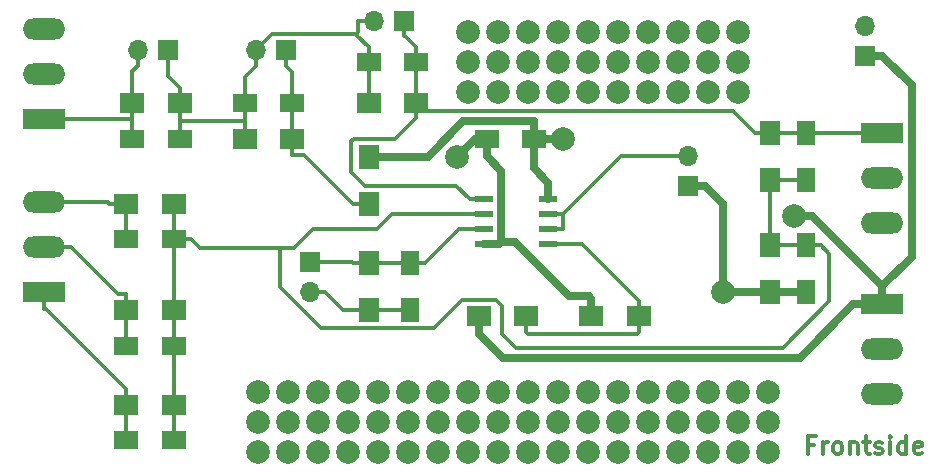
<source format=gbr>
G04 #@! TF.GenerationSoftware,KiCad,Pcbnew,(5.0.0)*
G04 #@! TF.CreationDate,2019-09-20T20:16:55+02:00*
G04 #@! TF.ProjectId,opampprotopcb,6F70616D7070726F746F7063622E6B69,rev?*
G04 #@! TF.SameCoordinates,Original*
G04 #@! TF.FileFunction,Copper,L1,Top,Signal*
G04 #@! TF.FilePolarity,Positive*
%FSLAX46Y46*%
G04 Gerber Fmt 4.6, Leading zero omitted, Abs format (unit mm)*
G04 Created by KiCad (PCBNEW (5.0.0)) date 09/20/19 20:16:55*
%MOMM*%
%LPD*%
G01*
G04 APERTURE LIST*
G04 #@! TA.AperFunction,NonConductor*
%ADD10C,0.300000*%
G04 #@! TD*
G04 #@! TA.AperFunction,SMDPad,CuDef*
%ADD11R,2.000000X1.600000*%
G04 #@! TD*
G04 #@! TA.AperFunction,SMDPad,CuDef*
%ADD12R,1.600000X2.000000*%
G04 #@! TD*
G04 #@! TA.AperFunction,ComponentPad*
%ADD13R,3.600000X1.800000*%
G04 #@! TD*
G04 #@! TA.AperFunction,ComponentPad*
%ADD14O,3.600000X1.800000*%
G04 #@! TD*
G04 #@! TA.AperFunction,ComponentPad*
%ADD15R,1.700000X1.700000*%
G04 #@! TD*
G04 #@! TA.AperFunction,ComponentPad*
%ADD16O,1.700000X1.700000*%
G04 #@! TD*
G04 #@! TA.AperFunction,SMDPad,CuDef*
%ADD17R,2.000000X1.700000*%
G04 #@! TD*
G04 #@! TA.AperFunction,SMDPad,CuDef*
%ADD18R,1.700000X2.000000*%
G04 #@! TD*
G04 #@! TA.AperFunction,SMDPad,CuDef*
%ADD19R,1.550000X0.600000*%
G04 #@! TD*
G04 #@! TA.AperFunction,ViaPad*
%ADD20C,2.000000*%
G04 #@! TD*
G04 #@! TA.AperFunction,Conductor*
%ADD21C,0.350000*%
G04 #@! TD*
G04 #@! TA.AperFunction,Conductor*
%ADD22C,0.650000*%
G04 #@! TD*
G04 APERTURE END LIST*
D10*
X85178571Y-62892857D02*
X84678571Y-62892857D01*
X84678571Y-63678571D02*
X84678571Y-62178571D01*
X85392857Y-62178571D01*
X85964285Y-63678571D02*
X85964285Y-62678571D01*
X85964285Y-62964285D02*
X86035714Y-62821428D01*
X86107142Y-62750000D01*
X86250000Y-62678571D01*
X86392857Y-62678571D01*
X87107142Y-63678571D02*
X86964285Y-63607142D01*
X86892857Y-63535714D01*
X86821428Y-63392857D01*
X86821428Y-62964285D01*
X86892857Y-62821428D01*
X86964285Y-62750000D01*
X87107142Y-62678571D01*
X87321428Y-62678571D01*
X87464285Y-62750000D01*
X87535714Y-62821428D01*
X87607142Y-62964285D01*
X87607142Y-63392857D01*
X87535714Y-63535714D01*
X87464285Y-63607142D01*
X87321428Y-63678571D01*
X87107142Y-63678571D01*
X88250000Y-62678571D02*
X88250000Y-63678571D01*
X88250000Y-62821428D02*
X88321428Y-62750000D01*
X88464285Y-62678571D01*
X88678571Y-62678571D01*
X88821428Y-62750000D01*
X88892857Y-62892857D01*
X88892857Y-63678571D01*
X89392857Y-62678571D02*
X89964285Y-62678571D01*
X89607142Y-62178571D02*
X89607142Y-63464285D01*
X89678571Y-63607142D01*
X89821428Y-63678571D01*
X89964285Y-63678571D01*
X90392857Y-63607142D02*
X90535714Y-63678571D01*
X90821428Y-63678571D01*
X90964285Y-63607142D01*
X91035714Y-63464285D01*
X91035714Y-63392857D01*
X90964285Y-63250000D01*
X90821428Y-63178571D01*
X90607142Y-63178571D01*
X90464285Y-63107142D01*
X90392857Y-62964285D01*
X90392857Y-62892857D01*
X90464285Y-62750000D01*
X90607142Y-62678571D01*
X90821428Y-62678571D01*
X90964285Y-62750000D01*
X91678571Y-63678571D02*
X91678571Y-62678571D01*
X91678571Y-62178571D02*
X91607142Y-62250000D01*
X91678571Y-62321428D01*
X91750000Y-62250000D01*
X91678571Y-62178571D01*
X91678571Y-62321428D01*
X93035714Y-63678571D02*
X93035714Y-62178571D01*
X93035714Y-63607142D02*
X92892857Y-63678571D01*
X92607142Y-63678571D01*
X92464285Y-63607142D01*
X92392857Y-63535714D01*
X92321428Y-63392857D01*
X92321428Y-62964285D01*
X92392857Y-62821428D01*
X92464285Y-62750000D01*
X92607142Y-62678571D01*
X92892857Y-62678571D01*
X93035714Y-62750000D01*
X94321428Y-63607142D02*
X94178571Y-63678571D01*
X93892857Y-63678571D01*
X93750000Y-63607142D01*
X93678571Y-63464285D01*
X93678571Y-62892857D01*
X93750000Y-62750000D01*
X93892857Y-62678571D01*
X94178571Y-62678571D01*
X94321428Y-62750000D01*
X94392857Y-62892857D01*
X94392857Y-63035714D01*
X93678571Y-63178571D01*
D11*
G04 #@! TO.P,C1,2*
G04 #@! TO.N,Net-(C1-Pad2)*
X31500000Y-37000000D03*
G04 #@! TO.P,C1,1*
G04 #@! TO.N,N_INV_In*
X27500000Y-37000000D03*
G04 #@! TD*
G04 #@! TO.P,C2,1*
G04 #@! TO.N,Net-(C2-Pad1)*
X31000000Y-62500000D03*
G04 #@! TO.P,C2,2*
G04 #@! TO.N,INV_In1*
X27000000Y-62500000D03*
G04 #@! TD*
G04 #@! TO.P,C3,2*
G04 #@! TO.N,Net-(C3-Pad2)*
X27000000Y-54500000D03*
G04 #@! TO.P,C3,1*
G04 #@! TO.N,Net-(C2-Pad1)*
X31000000Y-54500000D03*
G04 #@! TD*
G04 #@! TO.P,C4,1*
G04 #@! TO.N,Net-(C2-Pad1)*
X31000000Y-45500000D03*
G04 #@! TO.P,C4,2*
G04 #@! TO.N,Net-(C4-Pad2)*
X27000000Y-45500000D03*
G04 #@! TD*
G04 #@! TO.P,C5,2*
G04 #@! TO.N,Net-(C5-Pad2)*
X41000000Y-34000000D03*
G04 #@! TO.P,C5,1*
G04 #@! TO.N,Net-(C1-Pad2)*
X37000000Y-34000000D03*
G04 #@! TD*
D12*
G04 #@! TO.P,C6,2*
G04 #@! TO.N,Net-(C5-Pad2)*
X51000000Y-47500000D03*
G04 #@! TO.P,C6,1*
G04 #@! TO.N,GND*
X51000000Y-51500000D03*
G04 #@! TD*
D11*
G04 #@! TO.P,C7,1*
G04 #@! TO.N,Net-(C1-Pad2)*
X47500000Y-30500000D03*
G04 #@! TO.P,C7,2*
G04 #@! TO.N,OUTPUT*
X51500000Y-30500000D03*
G04 #@! TD*
D12*
G04 #@! TO.P,C8,1*
G04 #@! TO.N,OUTPUT*
X84500000Y-36500000D03*
G04 #@! TO.P,C8,2*
G04 #@! TO.N,Net-(C2-Pad1)*
X84500000Y-40500000D03*
G04 #@! TD*
G04 #@! TO.P,C9,1*
G04 #@! TO.N,Net-(C2-Pad1)*
X84500000Y-46000000D03*
G04 #@! TO.P,C9,2*
G04 #@! TO.N,GND*
X84500000Y-50000000D03*
G04 #@! TD*
D11*
G04 #@! TO.P,C10,2*
G04 #@! TO.N,VCC*
X61500000Y-37000000D03*
G04 #@! TO.P,C10,1*
G04 #@! TO.N,VEE*
X57500000Y-37000000D03*
G04 #@! TD*
D13*
G04 #@! TO.P,J1,1*
G04 #@! TO.N,VCC*
X91000000Y-51000000D03*
D14*
G04 #@! TO.P,J1,2*
G04 #@! TO.N,GND*
X91000000Y-54810000D03*
G04 #@! TO.P,J1,3*
G04 #@! TO.N,VEE*
X91000000Y-58620000D03*
G04 #@! TD*
D13*
G04 #@! TO.P,J2,1*
G04 #@! TO.N,INV_In1*
X20000000Y-50000000D03*
D14*
G04 #@! TO.P,J2,2*
G04 #@! TO.N,Net-(C3-Pad2)*
X20000000Y-46190000D03*
G04 #@! TO.P,J2,3*
G04 #@! TO.N,Net-(C4-Pad2)*
X20000000Y-42380000D03*
G04 #@! TD*
G04 #@! TO.P,J3,3*
G04 #@! TO.N,VEE*
X20000000Y-27690000D03*
G04 #@! TO.P,J3,2*
G04 #@! TO.N,GND*
X20000000Y-31500000D03*
D13*
G04 #@! TO.P,J3,1*
G04 #@! TO.N,N_INV_In*
X20000000Y-35310000D03*
G04 #@! TD*
D15*
G04 #@! TO.P,J4,1*
G04 #@! TO.N,Net-(C1-Pad2)*
X30500000Y-29500000D03*
D16*
G04 #@! TO.P,J4,2*
G04 #@! TO.N,N_INV_In*
X27960000Y-29500000D03*
G04 #@! TD*
D15*
G04 #@! TO.P,J5,1*
G04 #@! TO.N,Net-(C5-Pad2)*
X42500000Y-47460000D03*
D16*
G04 #@! TO.P,J5,2*
G04 #@! TO.N,GND*
X42500000Y-50000000D03*
G04 #@! TD*
D15*
G04 #@! TO.P,J6,1*
G04 #@! TO.N,Net-(C5-Pad2)*
X40500000Y-29500000D03*
D16*
G04 #@! TO.P,J6,2*
G04 #@! TO.N,Net-(C1-Pad2)*
X37960000Y-29500000D03*
G04 #@! TD*
G04 #@! TO.P,J7,2*
G04 #@! TO.N,Net-(C1-Pad2)*
X47960000Y-27000000D03*
D15*
G04 #@! TO.P,J7,1*
G04 #@! TO.N,OUTPUT*
X50500000Y-27000000D03*
G04 #@! TD*
G04 #@! TO.P,J8,1*
G04 #@! TO.N,GND*
X74500000Y-41000000D03*
D16*
G04 #@! TO.P,J8,2*
G04 #@! TO.N,Net-(J8-Pad2)*
X74500000Y-38460000D03*
G04 #@! TD*
D14*
G04 #@! TO.P,J9,3*
G04 #@! TO.N,VEE*
X91000000Y-44120000D03*
G04 #@! TO.P,J9,2*
G04 #@! TO.N,GND*
X91000000Y-40310000D03*
D13*
G04 #@! TO.P,J9,1*
G04 #@! TO.N,OUTPUT*
X91000000Y-36500000D03*
G04 #@! TD*
D17*
G04 #@! TO.P,R1,2*
G04 #@! TO.N,N_INV_In*
X27500000Y-34000000D03*
G04 #@! TO.P,R1,1*
G04 #@! TO.N,Net-(C1-Pad2)*
X31500000Y-34000000D03*
G04 #@! TD*
G04 #@! TO.P,R2,1*
G04 #@! TO.N,Net-(C2-Pad1)*
X31000000Y-59500000D03*
G04 #@! TO.P,R2,2*
G04 #@! TO.N,INV_In1*
X27000000Y-59500000D03*
G04 #@! TD*
G04 #@! TO.P,R3,1*
G04 #@! TO.N,Net-(C2-Pad1)*
X31000000Y-51500000D03*
G04 #@! TO.P,R3,2*
G04 #@! TO.N,Net-(C3-Pad2)*
X27000000Y-51500000D03*
G04 #@! TD*
G04 #@! TO.P,R4,2*
G04 #@! TO.N,Net-(C4-Pad2)*
X27000000Y-42500000D03*
G04 #@! TO.P,R4,1*
G04 #@! TO.N,Net-(C2-Pad1)*
X31000000Y-42500000D03*
G04 #@! TD*
G04 #@! TO.P,R5,1*
G04 #@! TO.N,Net-(C5-Pad2)*
X41000000Y-37000000D03*
G04 #@! TO.P,R5,2*
G04 #@! TO.N,Net-(C1-Pad2)*
X37000000Y-37000000D03*
G04 #@! TD*
D18*
G04 #@! TO.P,R6,2*
G04 #@! TO.N,VCC*
X47500000Y-38500000D03*
G04 #@! TO.P,R6,1*
G04 #@! TO.N,Net-(C5-Pad2)*
X47500000Y-42500000D03*
G04 #@! TD*
G04 #@! TO.P,R7,1*
G04 #@! TO.N,GND*
X47500000Y-51500000D03*
G04 #@! TO.P,R7,2*
G04 #@! TO.N,Net-(C5-Pad2)*
X47500000Y-47500000D03*
G04 #@! TD*
D17*
G04 #@! TO.P,R8,2*
G04 #@! TO.N,Net-(C1-Pad2)*
X47500000Y-34000000D03*
G04 #@! TO.P,R8,1*
G04 #@! TO.N,OUTPUT*
X51500000Y-34000000D03*
G04 #@! TD*
G04 #@! TO.P,R9,2*
G04 #@! TO.N,VCC*
X56860700Y-52021500D03*
G04 #@! TO.P,R9,1*
G04 #@! TO.N,Net-(R10-Pad2)*
X60860700Y-52021500D03*
G04 #@! TD*
G04 #@! TO.P,R10,1*
G04 #@! TO.N,VEE*
X66360700Y-52021500D03*
G04 #@! TO.P,R10,2*
G04 #@! TO.N,Net-(R10-Pad2)*
X70360700Y-52021500D03*
G04 #@! TD*
D18*
G04 #@! TO.P,R11,1*
G04 #@! TO.N,Net-(C2-Pad1)*
X81500000Y-40500000D03*
G04 #@! TO.P,R11,2*
G04 #@! TO.N,OUTPUT*
X81500000Y-36500000D03*
G04 #@! TD*
G04 #@! TO.P,R12,2*
G04 #@! TO.N,Net-(C2-Pad1)*
X81500000Y-46000000D03*
G04 #@! TO.P,R12,1*
G04 #@! TO.N,GND*
X81500000Y-50000000D03*
G04 #@! TD*
D19*
G04 #@! TO.P,U1,8*
G04 #@! TO.N,VCC*
X62700000Y-42095000D03*
G04 #@! TO.P,U1,7*
G04 #@! TO.N,Net-(J8-Pad2)*
X62700000Y-43365000D03*
G04 #@! TO.P,U1,6*
X62700000Y-44635000D03*
G04 #@! TO.P,U1,5*
G04 #@! TO.N,Net-(R10-Pad2)*
X62700000Y-45905000D03*
G04 #@! TO.P,U1,4*
G04 #@! TO.N,VEE*
X57300000Y-45905000D03*
G04 #@! TO.P,U1,3*
G04 #@! TO.N,Net-(C5-Pad2)*
X57300000Y-44635000D03*
G04 #@! TO.P,U1,2*
G04 #@! TO.N,Net-(C2-Pad1)*
X57300000Y-43365000D03*
G04 #@! TO.P,U1,1*
G04 #@! TO.N,OUTPUT*
X57300000Y-42095000D03*
G04 #@! TD*
D16*
G04 #@! TO.P,J10,2*
G04 #@! TO.N,VEE*
X89500000Y-27460000D03*
D15*
G04 #@! TO.P,J10,1*
G04 #@! TO.N,VCC*
X89500000Y-30000000D03*
G04 #@! TD*
D20*
G04 #@! TO.N,*
X55880000Y-27940000D03*
X58420000Y-27940000D03*
X55880000Y-30480000D03*
X58420000Y-30480000D03*
X55880000Y-33020000D03*
X58420000Y-33020000D03*
X60960000Y-33020000D03*
X60960000Y-30480000D03*
X60960000Y-27940000D03*
X63500000Y-27940000D03*
X63500000Y-30480000D03*
X63500000Y-33020000D03*
X66040000Y-33020000D03*
X66040000Y-30480000D03*
X66040000Y-27940000D03*
X68580000Y-27940000D03*
X68580000Y-30480000D03*
X68580000Y-33020000D03*
X71120000Y-33020000D03*
X71120000Y-30480000D03*
X71120000Y-27940000D03*
X73660000Y-27940000D03*
X73660000Y-30480000D03*
X73660000Y-33020000D03*
X76200000Y-33020000D03*
X76200000Y-30480000D03*
X76200000Y-27940000D03*
X78740000Y-27940000D03*
X78740000Y-30480000D03*
X78740000Y-33020000D03*
X38100000Y-58420000D03*
X38100000Y-60960000D03*
X38100000Y-63500000D03*
X40640000Y-63500000D03*
X40640000Y-60960000D03*
X40640000Y-58420000D03*
X43180000Y-58420000D03*
X43180000Y-60960000D03*
X43180000Y-63500000D03*
X45720000Y-63500000D03*
X48260000Y-63500000D03*
X50800000Y-63500000D03*
X53340000Y-60960000D03*
X53340000Y-63500000D03*
X55880000Y-63500000D03*
X58420000Y-63500000D03*
X55880000Y-60960000D03*
X58420000Y-60960000D03*
X58420000Y-58420000D03*
X55880000Y-58420000D03*
X53340000Y-58420000D03*
X50800000Y-58420000D03*
X48260000Y-58420000D03*
X45720000Y-58420000D03*
X45720000Y-60960000D03*
X48260000Y-60960000D03*
X50800000Y-60960000D03*
X60960000Y-58420000D03*
X60960000Y-60960000D03*
X60960000Y-63500000D03*
X66040000Y-63500000D03*
X63500000Y-63500000D03*
X63500000Y-60960000D03*
X66040000Y-58420000D03*
X66040000Y-60960000D03*
X63500000Y-58420000D03*
X68580000Y-58420000D03*
X68580000Y-60960000D03*
X68580000Y-63500000D03*
X71120000Y-63500000D03*
X71120000Y-60960000D03*
X71120000Y-58420000D03*
X73660000Y-58420000D03*
X73660000Y-60960000D03*
X73660000Y-63500000D03*
X76200000Y-63500000D03*
X76200000Y-60960000D03*
X76200000Y-58420000D03*
X78740000Y-58420000D03*
X78740000Y-60960000D03*
X78740000Y-63500000D03*
X81280000Y-63500000D03*
X81280000Y-60960000D03*
X81280000Y-58420000D03*
G04 #@! TO.N,GND*
X77500000Y-50000000D03*
G04 #@! TO.N,VCC*
X83500000Y-43500000D03*
X64000000Y-37000000D03*
G04 #@! TO.N,VEE*
X55000000Y-38500000D03*
G04 #@! TD*
D21*
G04 #@! TO.N,Net-(C1-Pad2)*
X37000000Y-34000000D02*
X37000000Y-31785300D01*
X37000000Y-31785300D02*
X37960000Y-30825300D01*
X37000000Y-35500000D02*
X37000000Y-34000000D01*
X37000000Y-35500000D02*
X31500000Y-35500000D01*
X37960000Y-29500000D02*
X37960000Y-30825300D01*
X31500000Y-34000000D02*
X31500000Y-32674700D01*
X31500000Y-32674700D02*
X30500000Y-31674700D01*
X30500000Y-31674700D02*
X30500000Y-29500000D01*
X31500000Y-34000000D02*
X31500000Y-35500000D01*
X31500000Y-35500000D02*
X31500000Y-37000000D01*
X37000000Y-37000000D02*
X37000000Y-35500000D01*
X47960000Y-27000000D02*
X46634700Y-27000000D01*
X46449900Y-28174600D02*
X46634700Y-27989800D01*
X46634700Y-27989800D02*
X46634700Y-27000000D01*
X46449900Y-28174600D02*
X47500000Y-29224700D01*
X47500000Y-30500000D02*
X47500000Y-29224700D01*
X47500000Y-34000000D02*
X47500000Y-30500000D01*
X46400299Y-28124999D02*
X46449900Y-28174600D01*
X39335001Y-28124999D02*
X46400299Y-28124999D01*
X37960000Y-29500000D02*
X39335001Y-28124999D01*
G04 #@! TO.N,Net-(C2-Pad1)*
X31000000Y-51500000D02*
X31000000Y-54500000D01*
X31000000Y-50837300D02*
X31000000Y-51500000D01*
X33197800Y-46222500D02*
X32475300Y-45500000D01*
X57300000Y-43365000D02*
X49445100Y-43365000D01*
X49445100Y-43365000D02*
X48174900Y-44635200D01*
X48174900Y-44635200D02*
X42761900Y-44635200D01*
X31000000Y-45500000D02*
X32475300Y-45500000D01*
X81500000Y-46000000D02*
X83224700Y-46000000D01*
X81500000Y-40500000D02*
X81500000Y-46000000D01*
X84500000Y-46000000D02*
X83224700Y-46000000D01*
X81500000Y-40500000D02*
X83224700Y-40500000D01*
X84500000Y-40500000D02*
X83224700Y-40500000D01*
X31000000Y-45500000D02*
X31000000Y-50174700D01*
X31000000Y-50837300D02*
X31000000Y-50174700D01*
X31000000Y-59500000D02*
X31000000Y-54500000D01*
X31000000Y-62500000D02*
X31000000Y-59500000D01*
X31000000Y-42500000D02*
X31000000Y-45500000D01*
X40000000Y-46222500D02*
X33197800Y-46222500D01*
X41174600Y-46222500D02*
X42761900Y-44635200D01*
X40000000Y-46222500D02*
X41174600Y-46222500D01*
X85775300Y-46000000D02*
X84500000Y-46000000D01*
X86500000Y-46724700D02*
X85775300Y-46000000D01*
X86500000Y-50745002D02*
X86500000Y-46724700D01*
X58785000Y-53500000D02*
X59949400Y-54664400D01*
X58785000Y-51150798D02*
X58785000Y-53500000D01*
X59949400Y-54664400D02*
X82580602Y-54664400D01*
X58280701Y-50646499D02*
X58785000Y-51150798D01*
X40000000Y-46222500D02*
X40000000Y-49535002D01*
X55440699Y-50646499D02*
X58280701Y-50646499D01*
X43448598Y-52983600D02*
X43483600Y-52983600D01*
X82580602Y-54664400D02*
X86500000Y-50745002D01*
X43525001Y-53025001D02*
X53062197Y-53025001D01*
X40000000Y-49535002D02*
X43448598Y-52983600D01*
X43483600Y-52983600D02*
X43525001Y-53025001D01*
X53062197Y-53025001D02*
X55440699Y-50646499D01*
G04 #@! TO.N,Net-(C3-Pad2)*
X27000000Y-51500000D02*
X27000000Y-50174700D01*
X20000000Y-46190000D02*
X22275300Y-46190000D01*
X22275300Y-46190000D02*
X26260000Y-50174700D01*
X26260000Y-50174700D02*
X27000000Y-50174700D01*
X27000000Y-51500000D02*
X27000000Y-54500000D01*
G04 #@! TO.N,Net-(C4-Pad2)*
X27000000Y-42500000D02*
X25524700Y-42500000D01*
X20000000Y-42380000D02*
X25404700Y-42380000D01*
X25404700Y-42380000D02*
X25524700Y-42500000D01*
X27000000Y-42500000D02*
X27000000Y-45500000D01*
G04 #@! TO.N,Net-(C5-Pad2)*
X41000000Y-34000000D02*
X41000000Y-37000000D01*
X40500000Y-30825300D02*
X41000000Y-31325300D01*
X41000000Y-31325300D02*
X41000000Y-34000000D01*
X41000000Y-37000000D02*
X41000000Y-38325300D01*
X41000000Y-38325300D02*
X42000000Y-38325300D01*
X42000000Y-38325300D02*
X46174700Y-42500000D01*
X47500000Y-42500000D02*
X46174700Y-42500000D01*
X47500000Y-47500000D02*
X51000000Y-47500000D01*
X52275300Y-47500000D02*
X55140300Y-44635000D01*
X55140300Y-44635000D02*
X57300000Y-44635000D01*
X47500000Y-47500000D02*
X46174700Y-47500000D01*
X42500000Y-47460000D02*
X46134700Y-47460000D01*
X46134700Y-47460000D02*
X46174700Y-47500000D01*
X51000000Y-47500000D02*
X52275300Y-47500000D01*
X40500000Y-29500000D02*
X40500000Y-30825300D01*
G04 #@! TO.N,GND*
X47500000Y-51500000D02*
X51000000Y-51500000D01*
X42500000Y-50000000D02*
X43825300Y-50000000D01*
X47500000Y-51500000D02*
X45325300Y-51500000D01*
X45325300Y-51500000D02*
X43825300Y-50000000D01*
D22*
X74500000Y-41000000D02*
X76000000Y-41000000D01*
X76000000Y-41000000D02*
X77500000Y-42500000D01*
X77500000Y-42500000D02*
X77500000Y-50500000D01*
X77500000Y-50500000D02*
X77500000Y-50500000D01*
X77500000Y-50000000D02*
X81500000Y-50000000D01*
X81500000Y-50000000D02*
X84500000Y-50000000D01*
D21*
G04 #@! TO.N,VCC*
X61500000Y-37134600D02*
X61500000Y-37000000D01*
X61500000Y-37229900D02*
X61500000Y-37134600D01*
D22*
X91000000Y-30000000D02*
X89500000Y-30000000D01*
X93475001Y-32475001D02*
X91000000Y-30000000D01*
X93475001Y-46974999D02*
X93475001Y-32475001D01*
X91000000Y-49450000D02*
X93475001Y-46974999D01*
X91000000Y-51000000D02*
X91000000Y-49450000D01*
X91000000Y-49450000D02*
X85050000Y-43500000D01*
X85050000Y-43500000D02*
X83500000Y-43500000D01*
X83500000Y-43500000D02*
X83500000Y-43500000D01*
X61500000Y-37000000D02*
X64000000Y-37000000D01*
X61500000Y-37000000D02*
X61500000Y-39500000D01*
X62700000Y-40700000D02*
X62700000Y-42095000D01*
X61500000Y-39500000D02*
X62700000Y-40700000D01*
X58853610Y-55514410D02*
X83985590Y-55514410D01*
X56860700Y-52021500D02*
X56860700Y-53521500D01*
X56860700Y-53521500D02*
X58853610Y-55514410D01*
X88500000Y-51000000D02*
X91000000Y-51000000D01*
X83985590Y-55514410D02*
X88500000Y-51000000D01*
X52520998Y-38500000D02*
X47500000Y-38500000D01*
X55495999Y-35524999D02*
X52520998Y-38500000D01*
X61474999Y-35524999D02*
X55495999Y-35524999D01*
X61500000Y-37000000D02*
X61500000Y-35550000D01*
X61500000Y-35550000D02*
X61474999Y-35524999D01*
G04 #@! TO.N,VEE*
X57500000Y-37000000D02*
X57300000Y-37000000D01*
X56500000Y-37000000D02*
X55000000Y-38500000D01*
X57500000Y-37000000D02*
X56500000Y-37000000D01*
X57300000Y-45905000D02*
X58550300Y-45905000D01*
X58750001Y-45705299D02*
X58550300Y-45905000D01*
X58750001Y-39700001D02*
X58750001Y-45705299D01*
X57500000Y-38450000D02*
X58750001Y-39700001D01*
X57500000Y-37000000D02*
X57500000Y-38450000D01*
X66360700Y-50521500D02*
X66360700Y-52021500D01*
X66150000Y-50310800D02*
X66360700Y-50521500D01*
X64500000Y-50310800D02*
X66150000Y-50310800D01*
X59894499Y-45705299D02*
X64500000Y-50310800D01*
X58750001Y-45705299D02*
X59894499Y-45705299D01*
D21*
G04 #@! TO.N,Net-(J8-Pad2)*
X63950300Y-43365000D02*
X68855300Y-38460000D01*
X68855300Y-38460000D02*
X74500000Y-38460000D01*
X63787700Y-43365000D02*
X63950300Y-43365000D01*
X62700000Y-43365000D02*
X63787700Y-43365000D01*
X62700000Y-44635000D02*
X63950300Y-44635000D01*
X63950300Y-44635000D02*
X63950300Y-43365000D01*
G04 #@! TO.N,Net-(R10-Pad2)*
X70360700Y-52021500D02*
X70360700Y-50696200D01*
X62700000Y-45905000D02*
X65569500Y-45905000D01*
X65569500Y-45905000D02*
X70360700Y-50696200D01*
X60860700Y-52021500D02*
X60860700Y-53346800D01*
X70360700Y-52021500D02*
X70360700Y-53346800D01*
X61013900Y-53500000D02*
X60860700Y-53346800D01*
X70207500Y-53500000D02*
X61013900Y-53500000D01*
X70360700Y-53346800D02*
X70207500Y-53500000D01*
G04 #@! TO.N,N_INV_In*
X27500000Y-35310000D02*
X27500000Y-37000000D01*
X27500000Y-34000000D02*
X27500000Y-35310000D01*
X20000000Y-35310000D02*
X27500000Y-35310000D01*
X27960000Y-30825300D02*
X27500000Y-31285300D01*
X27500000Y-31285300D02*
X27500000Y-34000000D01*
X27960000Y-29500000D02*
X27960000Y-30825300D01*
G04 #@! TO.N,INV_In1*
X20000000Y-50000000D02*
X20000000Y-51375300D01*
X27000000Y-59500000D02*
X27000000Y-58174700D01*
X27000000Y-58174700D02*
X20200600Y-51375300D01*
X20200600Y-51375300D02*
X20000000Y-51375300D01*
X27000000Y-62500000D02*
X27000000Y-59500000D01*
G04 #@! TO.N,OUTPUT*
X57300000Y-42095000D02*
X56049700Y-42095000D01*
X81500000Y-36500000D02*
X80174700Y-36500000D01*
X51500000Y-34662600D02*
X78337300Y-34662600D01*
X78337300Y-34662600D02*
X80174700Y-36500000D01*
X51500000Y-34000000D02*
X51500000Y-34662600D01*
X84500000Y-36500000D02*
X81500000Y-36500000D01*
X50500000Y-27000000D02*
X50500000Y-28325300D01*
X51500000Y-30500000D02*
X51500000Y-29224700D01*
X51500000Y-29224700D02*
X50600600Y-28325300D01*
X50600600Y-28325300D02*
X50500000Y-28325300D01*
X51500000Y-34000000D02*
X51500000Y-30500000D01*
X91000000Y-36500000D02*
X84500000Y-36500000D01*
X51500000Y-34000000D02*
X51500000Y-35200000D01*
X51500000Y-35200000D02*
X49725001Y-36974999D01*
X46229999Y-36974999D02*
X46000000Y-37204998D01*
X49725001Y-36974999D02*
X46229999Y-36974999D01*
X54929699Y-40974999D02*
X56049700Y-42095000D01*
X47179997Y-40974999D02*
X54929699Y-40974999D01*
X46000000Y-39795002D02*
X47179997Y-40974999D01*
X46000000Y-37204998D02*
X46000000Y-39795002D01*
G04 #@! TD*
M02*

</source>
